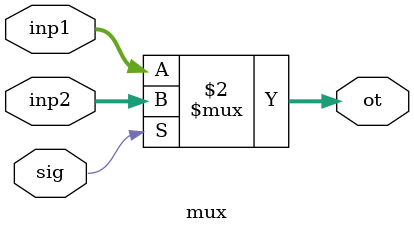
<source format=v>
module mux(inp1,inp2,sig,ot);

    input [31:0] inp1,inp2;
    input sig;
    output [31:0] ot;

    assign ot = (sig == 1'b0) ? inp1 : inp2;

endmodule
</source>
